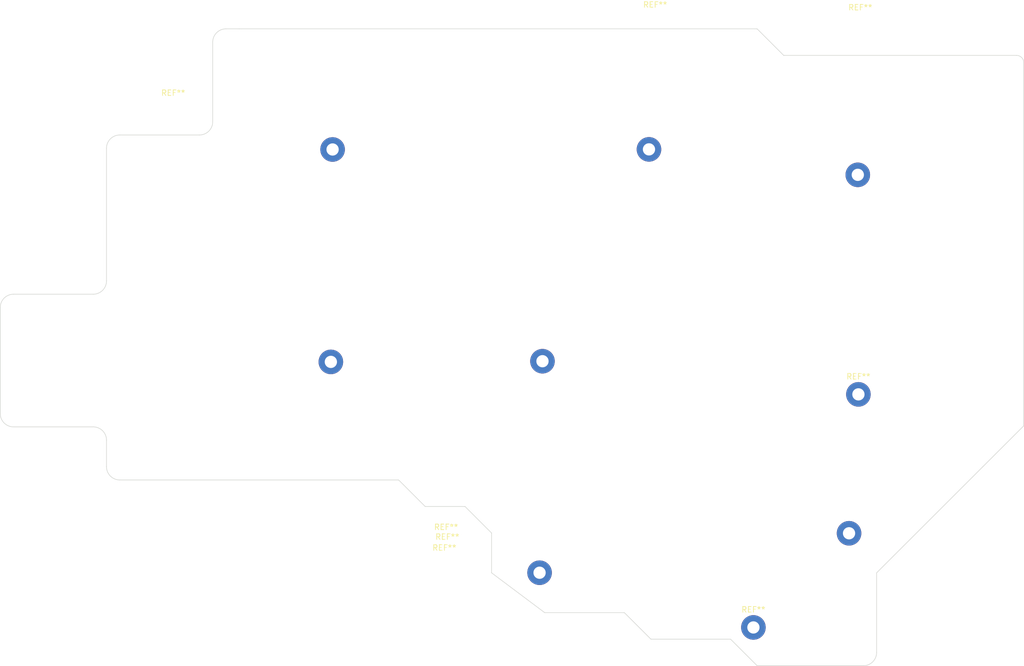
<source format=kicad_pcb>
(kicad_pcb (version 20171130) (host pcbnew 5.1.9)

  (general
    (thickness 1.6)
    (drawings 39)
    (tracks 0)
    (zones 0)
    (modules 9)
    (nets 1)
  )

  (page A4)
  (layers
    (0 F.Cu signal)
    (31 B.Cu signal)
    (32 B.Adhes user)
    (33 F.Adhes user)
    (34 B.Paste user)
    (35 F.Paste user)
    (36 B.SilkS user)
    (37 F.SilkS user)
    (38 B.Mask user)
    (39 F.Mask user)
    (40 Dwgs.User user)
    (41 Cmts.User user)
    (42 Eco1.User user)
    (43 Eco2.User user)
    (44 Edge.Cuts user)
    (45 Margin user)
    (46 B.CrtYd user)
    (47 F.CrtYd user)
    (48 B.Fab user)
    (49 F.Fab user)
  )

  (setup
    (last_trace_width 0.25)
    (trace_clearance 0.2)
    (zone_clearance 0.508)
    (zone_45_only no)
    (trace_min 0.2)
    (via_size 0.8)
    (via_drill 0.4)
    (via_min_size 0.4)
    (via_min_drill 0.3)
    (uvia_size 0.3)
    (uvia_drill 0.1)
    (uvias_allowed no)
    (uvia_min_size 0.2)
    (uvia_min_drill 0.1)
    (edge_width 0.1)
    (segment_width 0.2)
    (pcb_text_width 0.3)
    (pcb_text_size 1.5 1.5)
    (mod_edge_width 0.15)
    (mod_text_size 1 1)
    (mod_text_width 0.15)
    (pad_size 1.524 1.524)
    (pad_drill 0.762)
    (pad_to_mask_clearance 0)
    (aux_axis_origin 66.4639 -11.50125)
    (grid_origin 227.36567 44.02864)
    (visible_elements FFFFF7FF)
    (pcbplotparams
      (layerselection 0x010fc_ffffffff)
      (usegerberextensions true)
      (usegerberattributes true)
      (usegerberadvancedattributes true)
      (creategerberjobfile true)
      (excludeedgelayer true)
      (linewidth 0.100000)
      (plotframeref false)
      (viasonmask false)
      (mode 1)
      (useauxorigin false)
      (hpglpennumber 1)
      (hpglpenspeed 20)
      (hpglpendiameter 15.000000)
      (psnegative false)
      (psa4output false)
      (plotreference true)
      (plotvalue true)
      (plotinvisibletext false)
      (padsonsilk false)
      (subtractmaskfromsilk false)
      (outputformat 1)
      (mirror false)
      (drillshape 0)
      (scaleselection 1)
      (outputdirectory "Gerber/"))
  )

  (net 0 "")

  (net_class Default "This is the default net class."
    (clearance 0.2)
    (trace_width 0.25)
    (via_dia 0.8)
    (via_drill 0.4)
    (uvia_dia 0.3)
    (uvia_drill 0.1)
  )

  (module MountingHole:MountingHole_2.2mm_M2_Pad (layer F.Cu) (tedit 56D1B4CB) (tstamp 606B3DA4)
    (at 197.34442 128.48864)
    (descr "Mounting Hole 2.2mm, M2")
    (tags "mounting hole 2.2mm m2")
    (attr virtual)
    (fp_text reference REF** (at -72.03875 0.64) (layer F.SilkS)
      (effects (font (size 1 1) (thickness 0.15)))
    )
    (fp_text value MountingHole_2.2mm_M2_Pad (at 0 3.2) (layer F.Fab)
      (effects (font (size 1 1) (thickness 0.15)))
    )
    (fp_circle (center 0 0) (end 2.45 0) (layer F.CrtYd) (width 0.05))
    (fp_circle (center 0 0) (end 2.2 0) (layer Cmts.User) (width 0.15))
    (fp_text user %R (at 0.3 0) (layer F.Fab)
      (effects (font (size 1 1) (thickness 0.15)))
    )
    (pad 1 thru_hole circle (at 0 0) (size 4.4 4.4) (drill 2.2) (layers *.Cu *.Mask))
  )

  (module MountingHole:MountingHole_2.2mm_M2_Pad (layer F.Cu) (tedit 56D1B4CB) (tstamp 606B3DC1)
    (at 180.19442 145.38864)
    (descr "Mounting Hole 2.2mm, M2")
    (tags "mounting hole 2.2mm m2")
    (attr virtual)
    (fp_text reference REF** (at 0 -3.2) (layer F.SilkS)
      (effects (font (size 1 1) (thickness 0.15)))
    )
    (fp_text value MountingHole_2.2mm_M2_Pad (at 0 3.2) (layer F.Fab)
      (effects (font (size 1 1) (thickness 0.15)))
    )
    (fp_circle (center 0 0) (end 2.45 0) (layer F.CrtYd) (width 0.05))
    (fp_circle (center 0 0) (end 2.2 0) (layer Cmts.User) (width 0.15))
    (fp_text user %R (at 0.3 0) (layer F.Fab)
      (effects (font (size 1 1) (thickness 0.15)))
    )
    (pad 1 thru_hole circle (at 0 0) (size 4.4 4.4) (drill 2.2) (layers *.Cu *.Mask))
  )

  (module MountingHole:MountingHole_2.2mm_M2_Pad (layer F.Cu) (tedit 56D1B4CB) (tstamp 606B3DDE)
    (at 141.84442 135.56864)
    (descr "Mounting Hole 2.2mm, M2")
    (tags "mounting hole 2.2mm m2")
    (attr virtual)
    (fp_text reference REF** (at -17.06875 -4.48) (layer F.SilkS)
      (effects (font (size 1 1) (thickness 0.15)))
    )
    (fp_text value MountingHole_2.2mm_M2_Pad (at 0 3.2) (layer F.Fab)
      (effects (font (size 1 1) (thickness 0.15)))
    )
    (fp_circle (center 0 0) (end 2.45 0) (layer F.CrtYd) (width 0.05))
    (fp_circle (center 0 0) (end 2.2 0) (layer Cmts.User) (width 0.15))
    (fp_text user %R (at 0.3 0) (layer F.Fab)
      (effects (font (size 1 1) (thickness 0.15)))
    )
    (pad 1 thru_hole circle (at 0 0) (size 4.4 4.4) (drill 2.2) (layers *.Cu *.Mask))
  )

  (module MountingHole:MountingHole_2.2mm_M2_Pad (layer F.Cu) (tedit 56D1B4CB) (tstamp 606B3DFC)
    (at 142.36442 97.60864)
    (descr "Mounting Hole 2.2mm, M2")
    (tags "mounting hole 2.2mm m2")
    (attr virtual)
    (fp_text reference REF** (at -17.27875 29.77) (layer F.SilkS)
      (effects (font (size 1 1) (thickness 0.15)))
    )
    (fp_text value MountingHole_2.2mm_M2_Pad (at 0 3.2) (layer F.Fab)
      (effects (font (size 1 1) (thickness 0.15)))
    )
    (fp_circle (center 0 0) (end 2.45 0) (layer F.CrtYd) (width 0.05))
    (fp_circle (center 0 0) (end 2.2 0) (layer Cmts.User) (width 0.15))
    (fp_text user %R (at 0.3 0) (layer F.Fab)
      (effects (font (size 1 1) (thickness 0.15)))
    )
    (pad 1 thru_hole circle (at 0 0) (size 4.4 4.4) (drill 2.2) (layers *.Cu *.Mask))
  )

  (module MountingHole:MountingHole_2.2mm_M2_Pad (layer F.Cu) (tedit 56D1B4CB) (tstamp 606B3E19)
    (at 198.91442 64.15864)
    (descr "Mounting Hole 2.2mm, M2")
    (tags "mounting hole 2.2mm m2")
    (attr virtual)
    (fp_text reference REF** (at 0.45125 -30.04) (layer F.SilkS)
      (effects (font (size 1 1) (thickness 0.15)))
    )
    (fp_text value MountingHole_2.2mm_M2_Pad (at 0 3.2) (layer F.Fab)
      (effects (font (size 1 1) (thickness 0.15)))
    )
    (fp_circle (center 0 0) (end 2.45 0) (layer F.CrtYd) (width 0.05))
    (fp_circle (center 0 0) (end 2.2 0) (layer Cmts.User) (width 0.15))
    (fp_text user %R (at 0.3 0) (layer F.Fab)
      (effects (font (size 1 1) (thickness 0.15)))
    )
    (pad 1 thru_hole circle (at 0 0) (size 4.4 4.4) (drill 2.2) (layers *.Cu *.Mask))
  )

  (module MountingHole:MountingHole_2.2mm_M2_Pad (layer F.Cu) (tedit 56D1B4CB) (tstamp 606B3E45)
    (at 199.02442 103.55864)
    (descr "Mounting Hole 2.2mm, M2")
    (tags "mounting hole 2.2mm m2")
    (attr virtual)
    (fp_text reference REF** (at 0 -3.2) (layer F.SilkS)
      (effects (font (size 1 1) (thickness 0.15)))
    )
    (fp_text value MountingHole_2.2mm_M2_Pad (at 0 3.2) (layer F.Fab)
      (effects (font (size 1 1) (thickness 0.15)))
    )
    (fp_circle (center 0 0) (end 2.45 0) (layer F.CrtYd) (width 0.05))
    (fp_circle (center 0 0) (end 2.2 0) (layer Cmts.User) (width 0.15))
    (fp_text user %R (at 0.3 0) (layer F.Fab)
      (effects (font (size 1 1) (thickness 0.15)))
    )
    (pad 1 thru_hole circle (at 0 0) (size 4.4 4.4) (drill 2.2) (layers *.Cu *.Mask))
  )

  (module MountingHole:MountingHole_2.2mm_M2_Pad (layer F.Cu) (tedit 56D1B4CB) (tstamp 606B3C88)
    (at 104.72442 59.60864)
    (descr "Mounting Hole 2.2mm, M2")
    (tags "mounting hole 2.2mm m2")
    (attr virtual)
    (fp_text reference REF** (at -28.57875 -10.15) (layer F.SilkS)
      (effects (font (size 1 1) (thickness 0.15)))
    )
    (fp_text value MountingHole_2.2mm_M2_Pad (at 0 3.2) (layer F.Fab)
      (effects (font (size 1 1) (thickness 0.15)))
    )
    (fp_circle (center 0 0) (end 2.45 0) (layer F.CrtYd) (width 0.05))
    (fp_circle (center 0 0) (end 2.2 0) (layer Cmts.User) (width 0.15))
    (fp_text user %R (at 0.3 0) (layer F.Fab)
      (effects (font (size 1 1) (thickness 0.15)))
    )
    (pad 1 thru_hole circle (at 0 0) (size 4.4 4.4) (drill 2.2) (layers *.Cu *.Mask))
  )

  (module MountingHole:MountingHole_2.2mm_M2_Pad (layer F.Cu) (tedit 56D1B4CB) (tstamp 606B3D1B)
    (at 161.46442 59.58864)
    (descr "Mounting Hole 2.2mm, M2")
    (tags "mounting hole 2.2mm m2")
    (attr virtual)
    (fp_text reference REF** (at 1.11125 -25.96) (layer F.SilkS)
      (effects (font (size 1 1) (thickness 0.15)))
    )
    (fp_text value MountingHole_2.2mm_M2_Pad (at 0 3.2) (layer F.Fab)
      (effects (font (size 1 1) (thickness 0.15)))
    )
    (fp_circle (center 0 0) (end 2.45 0) (layer F.CrtYd) (width 0.05))
    (fp_circle (center 0 0) (end 2.2 0) (layer Cmts.User) (width 0.15))
    (fp_text user %R (at 0.3 0) (layer F.Fab)
      (effects (font (size 1 1) (thickness 0.15)))
    )
    (pad 1 thru_hole circle (at 0 0) (size 4.4 4.4) (drill 2.2) (layers *.Cu *.Mask))
  )

  (module MountingHole:MountingHole_2.2mm_M2_Pad (layer F.Cu) (tedit 56D1B4CB) (tstamp 606B3D40)
    (at 104.41442 97.72864)
    (descr "Mounting Hole 2.2mm, M2")
    (tags "mounting hole 2.2mm m2")
    (attr virtual)
    (fp_text reference REF** (at -36.30875 25.92) (layer F.SilkS) hide
      (effects (font (size 1 1) (thickness 0.15)))
    )
    (fp_text value MountingHole_2.2mm_M2_Pad (at 0 3.2) (layer F.Fab)
      (effects (font (size 1 1) (thickness 0.15)))
    )
    (fp_circle (center 0 0) (end 2.45 0) (layer F.CrtYd) (width 0.05))
    (fp_circle (center 0 0) (end 2.2 0) (layer Cmts.User) (width 0.15))
    (fp_text user %R (at 0.3 0) (layer F.Fab)
      (effects (font (size 1 1) (thickness 0.15)))
    )
    (pad 1 thru_hole circle (at 0 0) (size 4.4 4.4) (drill 2.2) (layers *.Cu *.Mask))
  )

  (gr_arc (start 80.84692 54.62614) (end 80.84692 57.00739) (angle -90) (layer Edge.Cuts) (width 0.1))
  (gr_line (start 227.356574 42.718634) (end 185.62192 42.718634) (layer Edge.Cuts) (width 0.1) (tstamp 606BF2BE))
  (gr_line (start 228.675669 44.018641) (end 228.675669 109.19864) (layer Edge.Cuts) (width 0.1))
  (gr_line (start 228.67067 109.20864) (end 228.675669 109.19864) (layer Edge.Cuts) (width 0.1) (tstamp 606BF78A))
  (gr_line (start 223.72192 114.15739) (end 228.67067 109.20864) (layer Edge.Cuts) (width 0.1))
  (gr_arc (start 227.36567 44.02864) (end 228.675669 44.018641) (angle -89.96051709) (layer Edge.Cuts) (width 0.1))
  (gr_line (start 116.56567 118.91989) (end 66.55942 118.91989) (layer Edge.Cuts) (width 0.1) (tstamp 606BEDEA))
  (gr_circle (center 104.66442 59.38864) (end 104.76442 61.39864) (layer F.CrtYd) (width 0.05))
  (gr_arc (start 66.55942 116.53864) (end 64.17817 116.53864) (angle -90) (layer Edge.Cuts) (width 0.1))
  (gr_arc (start 61.79692 111.77614) (end 64.17817 111.77614) (angle -90) (layer Edge.Cuts) (width 0.1))
  (gr_arc (start 47.50942 107.01364) (end 45.12817 107.01364) (angle -90) (layer Edge.Cuts) (width 0.1))
  (gr_arc (start 47.50942 87.96364) (end 47.50942 85.58239) (angle -90) (layer Edge.Cuts) (width 0.1))
  (gr_arc (start 61.79692 83.20114) (end 61.79692 85.58239) (angle -90) (layer Edge.Cuts) (width 0.1))
  (gr_arc (start 66.55942 59.38864) (end 66.55942 57.00739) (angle -90) (layer Edge.Cuts) (width 0.1))
  (gr_arc (start 85.60942 40.33864) (end 85.60942 37.95739) (angle -90) (layer Edge.Cuts) (width 0.1))
  (gr_arc (start 199.90942 149.87614) (end 199.90942 152.25739) (angle -90) (layer Edge.Cuts) (width 0.1))
  (gr_line (start 121.32817 123.68239) (end 116.56567 118.91989) (layer Edge.Cuts) (width 0.1))
  (gr_line (start 128.47192 123.68239) (end 121.32817 123.68239) (layer Edge.Cuts) (width 0.1))
  (gr_line (start 133.23442 128.44489) (end 128.47192 123.68239) (layer Edge.Cuts) (width 0.1))
  (gr_line (start 133.23442 135.58864) (end 133.23442 128.44489) (layer Edge.Cuts) (width 0.1))
  (gr_line (start 142.75942 142.73239) (end 133.23442 135.58864) (layer Edge.Cuts) (width 0.1))
  (gr_line (start 221.34067 116.53864) (end 223.72192 114.15739) (layer Edge.Cuts) (width 0.1))
  (gr_line (start 202.29067 135.58864) (end 221.34067 116.53864) (layer Edge.Cuts) (width 0.1))
  (gr_line (start 202.29067 149.87614) (end 202.29067 135.58864) (layer Edge.Cuts) (width 0.1))
  (gr_line (start 180.85942 152.25739) (end 199.90942 152.25739) (layer Edge.Cuts) (width 0.1))
  (gr_line (start 176.09692 147.49489) (end 180.85942 152.25739) (layer Edge.Cuts) (width 0.1))
  (gr_line (start 161.80942 147.49489) (end 176.09692 147.49489) (layer Edge.Cuts) (width 0.1))
  (gr_line (start 157.04692 142.73239) (end 161.80942 147.49489) (layer Edge.Cuts) (width 0.1))
  (gr_line (start 142.75942 142.73239) (end 157.04692 142.73239) (layer Edge.Cuts) (width 0.1))
  (gr_line (start 64.17817 111.77614) (end 64.17817 116.53864) (layer Edge.Cuts) (width 0.1))
  (gr_line (start 47.50942 109.39489) (end 61.79692 109.39489) (layer Edge.Cuts) (width 0.1))
  (gr_line (start 45.12817 87.96364) (end 45.12817 107.01364) (layer Edge.Cuts) (width 0.1))
  (gr_line (start 61.79692 85.58239) (end 47.50942 85.58239) (layer Edge.Cuts) (width 0.1))
  (gr_line (start 64.17817 59.38864) (end 64.17817 83.20114) (layer Edge.Cuts) (width 0.1))
  (gr_line (start 80.84692 57.00739) (end 66.55942 57.00739) (layer Edge.Cuts) (width 0.1))
  (gr_line (start 83.22817 40.33864) (end 83.22817 54.62614) (layer Edge.Cuts) (width 0.1))
  (gr_line (start 87.99067 37.95739) (end 85.60942 37.95739) (layer Edge.Cuts) (width 0.1))
  (gr_line (start 180.85942 37.95739) (end 185.62192 42.71989) (layer Edge.Cuts) (width 0.1))
  (gr_line (start 87.99067 37.95739) (end 180.85942 37.95739) (layer Edge.Cuts) (width 0.1))

)

</source>
